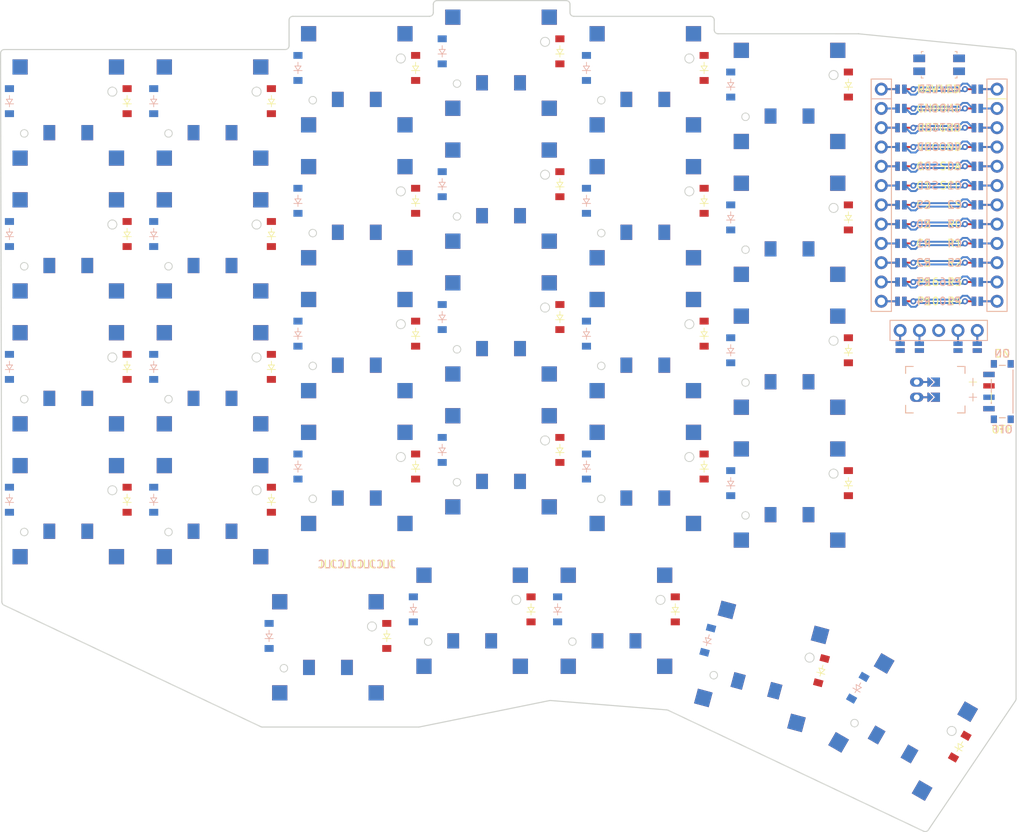
<source format=kicad_pcb>
(kicad_pcb (version 20240108) (generator "ergogen") (generator_version "4.1.0")
  (title_block (title "souffle_wireless") (date "2025-02-12") (rev "0.1") (company "fcoury (adapted from corney-island)"))
  (layers (0 "F.Cu" signal) (31 "B.Cu" signal) (34 "B.Paste" user) (35 "F.Paste" user) (36 "B.SilkS" user "B.Silkscreen") (37 "F.SilkS" user "F.Silkscreen") (38 "B.Mask" user) (39 "F.Mask" user) (44 "Edge.Cuts" user))
  (net 0 "")
  (net 1 "C0")
  (net 2 "outer_bottom_B")
  (net 3 "outer_home_B")
  (net 4 "outer_top_B")
  (net 5 "outer_number_B")
  (net 6 "C1")
  (net 7 "pinky_bottom_B")
  (net 8 "pinky_home_B")
  (net 9 "pinky_top_B")
  (net 10 "pinky_number_B")
  (net 11 "C2")
  (net 12 "ring_bottom_B")
  (net 13 "ring_home_B")
  (net 14 "ring_top_B")
  (net 15 "ring_number_B")
  (net 16 "C3")
  (net 17 "middle_bottom_B")
  (net 18 "middle_home_B")
  (net 19 "middle_top_B")
  (net 20 "middle_number_B")
  (net 21 "C4")
  (net 22 "index_bottom_B")
  (net 23 "index_home_B")
  (net 24 "index_top_B")
  (net 25 "index_number_B")
  (net 26 "C5")
  (net 27 "inner_bottom_B")
  (net 28 "inner_home_B")
  (net 29 "inner_top_B")
  (net 30 "inner_number_B")
  (net 31 "inward_home_B")
  (net 32 "mid_home_B")
  (net 33 "outward_home_B")
  (net 34 "extra_outward_home_B")
  (net 35 "big_outward_home_B")
  (net 36 "R3")
  (net 37 "R2")
  (net 38 "R1")
  (net 39 "R0")
  (net 40 "R4")
  (net 41 "outer_bottom_F")
  (net 42 "outer_home_F")
  (net 43 "outer_top_F")
  (net 44 "outer_number_F")
  (net 45 "pinky_bottom_F")
  (net 46 "pinky_home_F")
  (net 47 "pinky_top_F")
  (net 48 "pinky_number_F")
  (net 49 "ring_bottom_F")
  (net 50 "ring_home_F")
  (net 51 "ring_top_F")
  (net 52 "ring_number_F")
  (net 53 "middle_bottom_F")
  (net 54 "middle_home_F")
  (net 55 "middle_top_F")
  (net 56 "middle_number_F")
  (net 57 "index_bottom_F")
  (net 58 "index_home_F")
  (net 59 "index_top_F")
  (net 60 "index_number_F")
  (net 61 "inner_bottom_F")
  (net 62 "inner_home_F")
  (net 63 "inner_top_F")
  (net 64 "inner_number_F")
  (net 65 "inward_home_F")
  (net 66 "mid_home_F")
  (net 67 "outward_home_F")
  (net 68 "extra_outward_home_F")
  (net 69 "big_outward_home_F")
  (net 70 "RAW")
  (net 71 "GND")
  (net 72 "RST")
  (net 73 "VCC")
  (net 74 "P16")
  (net 75 "P10")
  (net 76 "LED")
  (net 77 "DAT")
  (net 78 "SDA")
  (net 79 "SCL")
  (net 80 "CS")
  (net 81 "P101")
  (net 82 "P102")
  (net 83 "P107")
  (net 84 "MCU1_24")
  (net 85 "MCU1_1")
  (net 86 "MCU1_23")
  (net 87 "MCU1_2")
  (net 88 "MCU1_22")
  (net 89 "MCU1_3")
  (net 90 "MCU1_21")
  (net 91 "MCU1_4")
  (net 92 "MCU1_20")
  (net 93 "MCU1_5")
  (net 94 "MCU1_19")
  (net 95 "MCU1_6")
  (net 96 "MCU1_18")
  (net 97 "MCU1_7")
  (net 98 "MCU1_17")
  (net 99 "MCU1_8")
  (net 100 "MCU1_16")
  (net 101 "MCU1_9")
  (net 102 "MCU1_15")
  (net 103 "MCU1_10")
  (net 104 "MCU1_14")
  (net 105 "MCU1_11")
  (net 106 "MCU1_13")
  (net 107 "MCU1_12")
  (net 108 "DISP1_1")
  (net 109 "DISP1_2")
  (net 110 "DISP1_4")
  (net 111 "DISP1_5")
  (net 112 "BAT_P")
  (net 113 "JST1_1")
  (net 114 "JST1_2")
  (footprint "ceoloide:mounting_hole_npth" (layer "F.Cu") (at 109.5 56.25 0)
    (property "Reference" "MH1" hide)
  )
  (footprint "ceoloide:mounting_hole_npth" (layer "F.Cu") (at 109.5 91.25 0)
    (property "Reference" "MH2" hide)
  )
  (footprint "ceoloide:mounting_hole_npth" (layer "F.Cu") (at 185.068 51.8235 0)
    (property "Reference" "MH3" hide)
  )
  (footprint "ceoloide:mounting_hole_npth" (layer "F.Cu") (at 185.068 86.8235 0)
    (property "Reference" "MH4" hide)
  )
  (footprint "ceoloide:mounting_hole_npth" (layer "F.Cu") (at 120.35699999999999 111.365 0)
    (property "Reference" "MH5" hide)
  )
  (footprint "CPG1316S01D02_mikeholscher" (layer "B.Cu") (at 100 100 0)
    (property "Reference" "S1" hide)
    (fp_circle (center -5.8 2.75) (end -5.3 2.75) (stroke (width 0.1)) (fill none) (layer "Edge.Cuts"))
    (fp_circle (center 5.8 -2.75) (end 6.4 -2.75) (stroke (width 0.1)) (fill none) (layer "Edge.Cuts"))
  )
  (footprint "CPG1316S01D02_mikeholscher" (layer "B.Cu") (at 100 82.5 0)
    (property "Reference" "S2" hide)
    (fp_circle (center -5.8 2.75) (end -5.3 2.75) (stroke (width 0.1)) (fill none) (layer "Edge.Cuts"))
    (fp_circle (center 5.8 -2.75) (end 6.4 -2.75) (stroke (width 0.1)) (fill none) (layer "Edge.Cuts"))
  )
  (footprint "CPG1316S01D02_mikeholscher" (layer "B.Cu") (at 100 65 0)
    (property "Reference" "S3" hide)
    (fp_circle (center -5.8 2.75) (end -5.3 2.75) (stroke (width 0.1)) (fill none) (layer "Edge.Cuts"))
    (fp_circle (center 5.8 -2.75) (end 6.4 -2.75) (stroke (width 0.1)) (fill none) (layer "Edge.Cuts"))
  )
  (footprint "CPG1316S01D02_mikeholscher" (layer "B.Cu") (at 100 47.5 0)
    (property "Reference" "S4" hide)
    (fp_circle (center -5.8 2.75) (end -5.3 2.75) (stroke (width 0.1)) (fill none) (layer "Edge.Cuts"))
    (fp_circle (center 5.8 -2.75) (end 6.4 -2.75) (stroke (width 0.1)) (fill none) (layer "Edge.Cuts"))
  )
  (footprint "CPG1316S01D02_mikeholscher" (layer "B.Cu") (at 119 100 0)
    (property "Reference" "S5" hide)
    (fp_circle (center -5.8 2.75) (end -5.3 2.75) (stroke (width 0.1)) (fill none) (layer "Edge.Cuts"))
    (fp_circle (center 5.8 -2.75) (end 6.4 -2.75) (stroke (width 0.1)) (fill none) (layer "Edge.Cuts"))
  )
  (footprint "CPG1316S01D02_mikeholscher" (layer "B.Cu") (at 119 82.5 0)
    (property "Reference" "S6" hide)
    (fp_circle (center -5.8 2.75) (end -5.3 2.75) (stroke (width 0.1)) (fill none) (layer "Edge.Cuts"))
    (fp_circle (center 5.8 -2.75) (end 6.4 -2.75) (stroke (width 0.1)) (fill none) (layer "Edge.Cuts"))
  )
  (footprint "CPG1316S01D02_mikeholscher" (layer "B.Cu") (at 119 65 0)
    (property "Reference" "S7" hide)
    (fp_circle (center -5.8 2.75) (end -5.3 2.75) (stroke (width 0.1)) (fill none) (layer "Edge.Cuts"))
    (fp_circle (center 5.8 -2.75) (end 6.4 -2.75) (stroke (width 0.1)) (fill none) (layer "Edge.Cuts"))
  )
  (footprint "CPG1316S01D02_mikeholscher" (layer "B.Cu") (at 119 47.5 0)
    (property "Reference" "S8" hide)
    (fp_circle (center -5.8 2.75) (end -5.3 2.75) (stroke (width 0.1)) (fill none) (layer "Edge.Cuts"))
    (fp_circle (center 5.8 -2.75) (end 6.4 -2.75) (stroke (width 0.1)) (fill none) (layer "Edge.Cuts"))
  )
  (footprint "CPG1316S01D02_mikeholscher" (layer "B.Cu") (at 138 95.625 0)
    (property "Reference" "S9" hide)
    (fp_circle (center -5.8 2.75) (end -5.3 2.75) (stroke (width 0.1)) (fill none) (layer "Edge.Cuts"))
    (fp_circle (center 5.8 -2.75) (end 6.4 -2.75) (stroke (width 0.1)) (fill none) (layer "Edge.Cuts"))
  )
  (footprint "CPG1316S01D02_mikeholscher" (layer "B.Cu") (at 138 78.125 0)
    (property "Reference" "S10" hide)
    (fp_circle (center -5.8 2.75) (end -5.3 2.75) (stroke (width 0.1)) (fill none) (layer "Edge.Cuts"))
    (fp_circle (center 5.8 -2.75) (end 6.4 -2.75) (stroke (width 0.1)) (fill none) (layer "Edge.Cuts"))
  )
  (footprint "CPG1316S01D02_mikeholscher" (layer "B.Cu") (at 138 60.625 0)
    (property "Reference" "S11" hide)
    (fp_circle (center -5.8 2.75) (end -5.3 2.75) (stroke (width 0.1)) (fill none) (layer "Edge.Cuts"))
    (fp_circle (center 5.8 -2.75) (end 6.4 -2.75) (stroke (width 0.1)) (fill none) (layer "Edge.Cuts"))
  )
  (footprint "CPG1316S01D02_mikeholscher" (layer "B.Cu") (at 138 43.125 0)
    (property "Reference" "S12" hide)
    (fp_circle (center -5.8 2.75) (end -5.3 2.75) (stroke (width 0.1)) (fill none) (layer "Edge.Cuts"))
    (fp_circle (center 5.8 -2.75) (end 6.4 -2.75) (stroke (width 0.1)) (fill none) (layer "Edge.Cuts"))
  )
  (footprint "CPG1316S01D02_mikeholscher" (layer "B.Cu") (at 157 93.4375 0)
    (property "Reference" "S13" hide)
    (fp_circle (center -5.8 2.75) (end -5.3 2.75) (stroke (width 0.1)) (fill none) (layer "Edge.Cuts"))
    (fp_circle (center 5.8 -2.75) (end 6.4 -2.75) (stroke (width 0.1)) (fill none) (layer "Edge.Cuts"))
  )
  (footprint "CPG1316S01D02_mikeholscher" (layer "B.Cu") (at 157 75.9375 0)
    (property "Reference" "S14" hide)
    (fp_circle (center -5.8 2.75) (end -5.3 2.75) (stroke (width 0.1)) (fill none) (layer "Edge.Cuts"))
    (fp_circle (center 5.8 -2.75) (end 6.4 -2.75) (stroke (width 0.1)) (fill none) (layer "Edge.Cuts"))
  )
  (footprint "CPG1316S01D02_mikeholscher" (layer "B.Cu") (at 157 58.4375 0)
    (property "Reference" "S15" hide)
    (fp_circle (center -5.8 2.75) (end -5.3 2.75) (stroke (width 0.1)) (fill none) (layer "Edge.Cuts"))
    (fp_circle (center 5.8 -2.75) (end 6.4 -2.75) (stroke (width 0.1)) (fill none) (layer "Edge.Cuts"))
  )
  (footprint "CPG1316S01D02_mikeholscher" (layer "B.Cu") (at 157 40.9375 0)
    (property "Reference" "S16" hide)
    (fp_circle (center -5.8 2.75) (end -5.3 2.75) (stroke (width 0.1)) (fill none) (layer "Edge.Cuts"))
    (fp_circle (center 5.8 -2.75) (end 6.4 -2.75) (stroke (width 0.1)) (fill none) (layer "Edge.Cuts"))
  )
  (footprint "CPG1316S01D02_mikeholscher" (layer "B.Cu") (at 176 95.625 0)
    (property "Reference" "S17" hide)
    (fp_circle (center -5.8 2.75) (end -5.3 2.75) (stroke (width 0.1)) (fill none) (layer "Edge.Cuts"))
    (fp_circle (center 5.8 -2.75) (end 6.4 -2.75) (stroke (width 0.1)) (fill none) (layer "Edge.Cuts"))
  )
  (footprint "CPG1316S01D02_mikeholscher" (layer "B.Cu") (at 176 78.125 0)
    (property "Reference" "S18" hide)
    (fp_circle (center -5.8 2.75) (end -5.3 2.75) (stroke (width 0.1)) (fill none) (layer "Edge.Cuts"))
    (fp_circle (center 5.8 -2.75) (end 6.4 -2.75) (stroke (width 0.1)) (fill none) (layer "Edge.Cuts"))
  )
  (footprint "CPG1316S01D02_mikeholscher" (layer "B.Cu") (at 176 60.625 0)
    (property "Reference" "S19" hide)
    (fp_circle (center -5.8 2.75) (end -5.3 2.75) (stroke (width 0.1)) (fill none) (layer "Edge.Cuts"))
    (fp_circle (center 5.8 -2.75) (end 6.4 -2.75) (stroke (width 0.1)) (fill none) (layer "Edge.Cuts"))
  )
  (footprint "CPG1316S01D02_mikeholscher" (layer "B.Cu") (at 176 43.125 0)
    (property "Reference" "S20" hide)
    (fp_circle (center -5.8 2.75) (end -5.3 2.75) (stroke (width 0.1)) (fill none) (layer "Edge.Cuts"))
    (fp_circle (center 5.8 -2.75) (end 6.4 -2.75) (stroke (width 0.1)) (fill none) (layer "Edge.Cuts"))
  )
  (footprint "CPG1316S01D02_mikeholscher" (layer "B.Cu") (at 195 97.8125 0)
    (property "Reference" "S21" hide)
    (fp_circle (center -5.8 2.75) (end -5.3 2.75) (stroke (width 0.1)) (fill none) (layer "Edge.Cuts"))
    (fp_circle (center 5.8 -2.75) (end 6.4 -2.75) (stroke (width 0.1)) (fill none) (layer "Edge.Cuts"))
  )
  (footprint "CPG1316S01D02_mikeholscher" (layer "B.Cu") (at 195 80.3125 0)
    (property "Reference" "S22" hide)
    (fp_circle (center -5.8 2.75) (end -5.3 2.75) (stroke (width 0.1)) (fill none) (layer "Edge.Cuts"))
    (fp_circle (center 5.8 -2.75) (end 6.4 -2.75) (stroke (width 0.1)) (fill none) (layer "Edge.Cuts"))
  )
  (footprint "CPG1316S01D02_mikeholscher" (layer "B.Cu") (at 195 62.8125 0)
    (property "Reference" "S23" hide)
    (fp_circle (center -5.8 2.75) (end -5.3 2.75) (stroke (width 0.1)) (fill none) (layer "Edge.Cuts"))
    (fp_circle (center 5.8 -2.75) (end 6.4 -2.75) (stroke (width 0.1)) (fill none) (layer "Edge.Cuts"))
  )
  (footprint "CPG1316S01D02_mikeholscher" (layer "B.Cu") (at 195 45.3125 0)
    (property "Reference" "S24" hide)
    (fp_circle (center -5.8 2.75) (end -5.3 2.75) (stroke (width 0.1)) (fill none) (layer "Edge.Cuts"))
    (fp_circle (center 5.8 -2.75) (end 6.4 -2.75) (stroke (width 0.1)) (fill none) (layer "Edge.Cuts"))
  )
  (footprint "CPG1316S01D02_mikeholscher" (layer "B.Cu") (at 134.2 117.9375 0)
    (property "Reference" "S25" hide)
    (fp_circle (center -5.8 2.75) (end -5.3 2.75) (stroke (width 0.1)) (fill none) (layer "Edge.Cuts"))
    (fp_circle (center 5.8 -2.75) (end 6.4 -2.75) (stroke (width 0.1)) (fill none) (layer "Edge.Cuts"))
  )
  (footprint "CPG1316S01D02_mikeholscher" (layer "B.Cu") (at 153.2 114.4375 0)
    (property "Reference" "S26" hide)
    (fp_circle (center -5.8 2.75) (end -5.3 2.75) (stroke (width 0.1)) (fill none) (layer "Edge.Cuts"))
    (fp_circle (center 5.8 -2.75) (end 6.4 -2.75) (stroke (width 0.1)) (fill none) (layer "Edge.Cuts"))
  )
  (footprint "CPG1316S01D02_mikeholscher" (layer "B.Cu") (at 172.2 114.4375 0)
    (property "Reference" "S27" hide)
    (fp_circle (center -5.8 2.75) (end -5.3 2.75) (stroke (width 0.1)) (fill none) (layer "Edge.Cuts"))
    (fp_circle (center 5.8 -2.75) (end 6.4 -2.75) (stroke (width 0.1)) (fill none) (layer "Edge.Cuts"))
  )
  (footprint "CPG1316S01D02_mikeholscher" (layer "B.Cu") (at 191.3294819 120.4539876 -15)
    (property "Reference" "S28" hide)
    (fp_circle (center -5.8 2.75) (end -5.3 2.75) (stroke (width 0.1)) (fill none) (layer "Edge.Cuts"))
    (fp_circle (center 5.8 -2.75) (end 6.4 -2.75) (stroke (width 0.1)) (fill none) (layer "Edge.Cuts"))
  )
  (footprint "CPG1316S01D02_mikeholscher" (layer "B.Cu") (at 209.9571424 128.4361508 -30)
    (property "Reference" "S29" hide)
    (fp_circle (center -5.8 2.75) (end -5.3 2.75) (stroke (width 0.1)) (fill none) (layer "Edge.Cuts"))
    (fp_circle (center 5.8 -2.75) (end 6.4 -2.75) (stroke (width 0.1)) (fill none) (layer "Edge.Cuts"))
  )
  (footprint "ceoloide:diode_tht_sod123" (layer "B.Cu") (at 92.25 98.5 90)
    (property "Reference" "D1" hide)
  )
  (footprint "ceoloide:diode_tht_sod123" (layer "B.Cu") (at 92.25 81 90)
    (property "Reference" "D2" hide)
  )
  (footprint "ceoloide:diode_tht_sod123" (layer "B.Cu") (at 92.25 63.5 90)
    (property "Reference" "D3" hide)
  )
  (footprint "ceoloide:diode_tht_sod123" (layer "B.Cu") (at 92.25 46 90)
    (property "Reference" "D4" hide)
  )
  (footprint "ceoloide:diode_tht_sod123" (layer "B.Cu") (at 111.25 98.5 90)
    (property "Reference" "D5" hide)
  )
  (footprint "ceoloide:diode_tht_sod123" (layer "B.Cu") (at 111.25 81 90)
    (property "Reference" "D6" hide)
  )
  (footprint "ceoloide:diode_tht_sod123" (layer "B.Cu") (at 111.25 63.5 90)
    (property "Reference" "D7" hide)
  )
  (footprint "ceoloide:diode_tht_sod123" (layer "B.Cu") (at 111.25 46 90)
    (property "Reference" "D8" hide)
  )
  (footprint "ceoloide:diode_tht_sod123" (layer "B.Cu") (at 130.25 94.125 90)
    (property "Reference" "D9" hide)
  )
  (footprint "ceoloide:diode_tht_sod123" (layer "B.Cu") (at 130.25 76.625 90)
    (property "Reference" "D10" hide)
  )
  (footprint "ceoloide:diode_tht_sod123" (layer "B.Cu") (at 130.25 59.125 90)
    (property "Reference" "D11" hide)
  )
  (footprint "ceoloide:diode_tht_sod123" (layer "B.Cu") (at 130.25 41.625 90)
    (property "Reference" "D12" hide)
  )
  (footprint "ceoloide:diode_tht_sod123" (layer "B.Cu") (at 149.25 91.9375 90)
    (property "Reference" "D13" hide)
  )
  (footprint "ceoloide:diode_tht_sod123" (layer "B.Cu") (at 149.25 74.4375 90)
    (property "Reference" "D14" hide)
  )
  (footprint "ceoloide:diode_tht_sod123" (layer "B.Cu") (at 149.25 56.9375 90)
    (property "Reference" "D15" hide)
  )
  (footprint "ceoloide:diode_tht_sod123" (layer "B.Cu") (at 149.25 39.4375 90)
    (property "Reference" "D16" hide)
  )
  (footprint "ceoloide:diode_tht_sod123" (layer "B.Cu") (at 168.25 94.125 90)
    (property "Reference" "D17" hide)
  )
  (footprint "ceoloide:diode_tht_sod123" (layer "B.Cu") (at 168.25 76.625 90)
    (property "Reference" "D18" hide)
  )
  (footprint "ceoloide:diode_tht_sod123" (layer "B.Cu") (at 168.25 59.125 90)
    (property "Reference" "D19" hide)
  )
  (footprint "ceoloide:diode_tht_sod123" (layer "B.Cu") (at 168.25 41.625 90)
    (property "Reference" "D20" hide)
  )
  (footprint "ceoloide:diode_tht_sod123" (layer "B.Cu") (at 187.25 96.3125 90)
    (property "Reference" "D21" hide)
  )
  (footprint "ceoloide:diode_tht_sod123" (layer "B.Cu") (at 187.25 78.8125 90)
    (property "Reference" "D22" hide)
  )
  (footprint "ceoloide:diode_tht_sod123" (layer "B.Cu") (at 187.25 61.3125 90)
    (property "Reference" "D23" hide)
  )
  (footprint "ceoloide:diode_tht_sod123" (layer "B.Cu") (at 187.25 43.8125 90)
    (property "Reference" "D24" hide)
  )
  (footprint "ceoloide:diode_tht_sod123" (layer "B.Cu") (at 126.44999999999999 116.4375 90)
    (property "Reference" "D25" hide)
  )
  (footprint "ceoloide:diode_tht_sod123" (layer "B.Cu") (at 145.45 112.9375 90)
    (property "Reference" "D26" hide)
  )
  (footprint "ceoloide:diode_tht_sod123" (layer "B.Cu") (at 164.45 112.9375 90)
    (property "Reference" "D27" hide)
  )
  (footprint "ceoloide:diode_tht_sod123" (layer "B.Cu") (at 184.23178529999998 116.99925130000001 75)
    (property "Reference" "D28" hide)
  )
  (footprint "ceoloide:diode_tht_sod123" (layer "B.Cu") (at 203.99544550000002 123.2621127 60)
    (property "Reference" "D29" hide)
  )
  (footprint "CPG1316S01D02_mikeholscher" (layer "F.Cu") (at 100 100 0)
    (property "Reference" "S30" hide)
    (fp_circle (center -5.8 2.75) (end -5.3 2.75) (stroke (width 0.1)) (fill none) (layer "Edge.Cuts"))
    (fp_circle (center 5.8 -2.75) (end 6.4 -2.75) (stroke (width 0.1)) (fill none) (layer "Edge.Cuts"))
  )
  (footprint "CPG1316S01D02_mikeholscher" (layer "F.Cu") (at 100 82.5 0)
    (property "Reference" "S31" hide)
    (fp_circle (center -5.8 2.75) (end -5.3 2.75) (stroke (width 0.1)) (fill none) (layer "Edge.Cuts"))
    (fp_circle (center 5.8 -2.75) (end 6.4 -2.75) (stroke (width 0.1)) (fill none) (layer "Edge.Cuts"))
  )
  (footprint "CPG1316S01D02_mikeholscher" (layer "F.Cu") (at 100 65 0)
    (property "Reference" "S32" hide)
    (fp_circle (center -5.8 2.75) (end -5.3 2.75) (stroke (width 0.1)) (fill none) (layer "Edge.Cuts"))
    (fp_circle (center 5.8 -2.75) (end 6.4 -2.75) (stroke (width 0.1)) (fill none) (layer "Edge.Cuts"))
  )
  (footprint "CPG1316S01D02_mikeholscher" (layer "F.Cu") (at 100 47.5 0)
    (property "Reference" "S33" hide)
    (fp_circle (center -5.8 2.75) (end -5.3 2.75) (stroke (width 0.1)) (fill none) (layer "Edge.Cuts"))
    (fp_circle (center 5.8 -2.75) (end 6.4 -2.75) (stroke (width 0.1)) (fill none) (layer "Edge.Cuts"))
  )
  (footprint "CPG1316S01D02_mikeholscher" (layer "F.Cu") (at 119 100 0)
    (property "Reference" "S34" hide)
    (fp_circle (center -5.8 2.75) (end -5.3 2.75) (stroke (width 0.1)) (fill none) (layer "Edge.Cuts"))
    (fp_circle (center 5.8 -2.75) (end 6.4 -2.75) (stroke (width 0.1)) (fill none) (layer "Edge.Cuts"))
  )
  (footprint "CPG1316S01D02_mikeholscher" (layer "F.Cu") (at 119 82.5 0)
    (property "Reference" "S35" hide)
    (fp_circle (center -5.8 2.75) (end -5.3 2.75) (stroke (width 0.1)) (fill none) (layer "Edge.Cuts"))
    (fp_circle (center 5.8 -2.75) (end 6.4 -2.75) (stroke (width 0.1)) (fill none) (layer "Edge.Cuts"))
  )
  (footprint "CPG1316S01D02_mikeholscher" (layer "F.Cu") (at 119 65 0)
    (property "Reference" "S36" hide)
    (fp_circle (center -5.8 2.75) (end -5.3 2.75) (stroke (width 0.1)) (fill none) (layer "Edge.Cuts"))
    (fp_circle (center 5.8 -2.75) (end 6.4 -2.75) (stroke (width 0.1)) (fill none) (layer "Edge.Cuts"))
  )
  (footprint "CPG1316S01D02_mikeholscher" (layer "F.Cu") (at 119 47.5 0)
    (property "Reference" "S37" hide)
    (fp_circle (center -5.8 2.75) (end -5.3 2.75) (stroke (width 0.1)) (fill none) (layer "Edge.Cuts"))
    (fp_circle (center 5.8 -2.75) (end 6.4 -2.75) (stroke (width 0.1)) (fill none) (layer "Edge.Cuts"))
  )
  (footprint "CPG1316S01D02_mikeholscher" (layer "F.Cu") (at 138 95.625 0)
    (property "Reference" "S38" hide)
    (fp_circle (center -5.8 2.75) (end -5.3 2.75) (stroke (width 0.1)) (fill none) (layer "Edge.Cuts"))
    (fp_circle (center 5.8 -2.75) (end 6.4 -2.75) (stroke (width 0.1)) (fill none) (layer "Edge.Cuts"))
  )
  (footprint "CPG1316S01D02_mikeholscher" (layer "F.Cu") (at 138 78.125 0)
    (property "Reference" "S39" hide)
    (fp_circle (center -5.8 2.75) (end -5.3 2.75) (stroke (width 0.1)) (fill none) (layer "Edge.Cuts"))
    (fp_circle (center 5.8 -2.75) (end 6.4 -2.75) (stroke (width 0.1)) (fill none) (layer "Edge.Cuts"))
  )
  (footprint "CPG1316S01D02_mikeholscher" (layer "F.Cu") (at 138 60.625 0)
    (property "Reference" "S40" hide)
    (fp_circle (center -5.8 2.75) (end -5.3 2.75) (stroke (width 0.1)) (fill none) (layer "Edge.Cuts"))
    (fp_circle (center 5.8 -2.75) (end 6.4 -2.75) (stroke (width 0.1)) (fill none) (layer "Edge.Cuts"))
  )
  (footprint "CPG1316S01D02_mikeholscher" (layer "F.Cu") (at 138 43.125 0)
    (property "Reference" "S41" hide)
    (fp_circle (center -5.8 2.75) (end -5.3 2.75) (stroke (width 0.1)) (fill none) (layer "Edge.Cuts"))
    (fp_circle (center 5.8 -2.75) (end 6.4 -2.75) (stroke (width 0.1)) (fill none) (layer "Edge.Cuts"))
  )
  (footprint "CPG1316S01D02_mikeholscher" (layer "F.Cu") (at 157 93.4375 0)
    (property "Reference" "S42" hide)
    (fp_circle (center -5.8 2.75) (end -5.3 2.75) (stroke (width 0.1)) (fill none) (layer "Edge.Cuts"))
    (fp_circle (center 5.8 -2.75) (end 6.4 -2.75) (stroke (width 0.1)) (fill none) (layer "Edge.Cuts"))
  )
  (footprint "CPG1316S01D02_mikeholscher" (layer "F.Cu") (at 157 75.9375 0)
    (property "Reference" "S43" hide)
    (fp_circle (center -5.8 2.75) (end -5.3 2.75) (stroke (width 0.1)) (fill none) (layer "Edge.Cuts"))
    (fp_circle (center 5.8 -2.75) (end 6.4 -2.75) (stroke (width 0.1)) (fill none) (layer "Edge.Cuts"))
  )
  (footprint "CPG1316S01D02_mikeholscher" (layer "F.Cu") (at 157 58.4375 0)
    (property "Reference" "S44" hide)
    (fp_circle (center -5.8 2.75) (end -5.3 2.75) (stroke (width 0.1)) (fill none) (layer "Edge.Cuts"))
    (fp_circle (center 5.8 -2.75) (end 6.4 -2.75) (stroke (width 0.1)) (fill none) (layer "Edge.Cuts"))
  )
  (footprint "CPG1316S01D02_mikeholscher" (layer "F.Cu") (at 157 40.9375 0)
    (property "Reference" "S45" hide)
    (fp_circle (center -5.8 2.75) (end -5.3 2.75) (stroke (width 0.1)) (fill none) (layer "Edge.Cuts"))
    (fp_circle (center 5.8 -2.75) (end 6.4 -2.75) (stroke (width 0.1)) (fill none) (layer "Edge.Cuts"))
  )
  (footprint "CPG1316S01D02_mikeholscher" (layer "F.Cu") (at 176 95.625 0)
    (property "Reference" "S46" hide)
    (fp_circle (center -5.8 2.75) (end -5.3 2.75) (stroke (width 0.1)) (fill none) (layer "Edge.Cuts"))
    (fp_circle (center 5.8 -2.75) (end 6.4 -2.75) (stroke (width 0.1)) (fill none) (layer "Edge.Cuts"))
  )
  (footprint "CPG1316S01D02_mikeholscher" (layer "F.Cu") (at 176 78.125 0)
    (property "Reference" "S47" hide)
    (fp_circle (center -5.8 2.75) (end -5.3 2.75) (stroke (width 0.1)) (fill none) (layer "Edge.Cuts"))
    (fp_circle (center 5.8 -2.75) (end 6.4 -2.75) (stroke (width 0.1)) (fill none) (layer "Edge.Cuts"))
  )
  (footprint "CPG1316S01D02_mikeholscher" (layer "F.Cu") (at 176 60.625 0)
    (property "Reference" "S48" hide)
    (fp_circle (center -5.8 2.75) (end -5.3 2.75) (stroke (width 0.1)) (fill none) (layer "Edge.Cuts"))
    (fp_circle (center 5.8 -2.75) (end 6.4 -2.75) (stroke (width 0.1)) (fill none) (layer "Edge.Cuts"))
  )
  (footprint "CPG1316S01D02_mikeholscher" (layer "F.Cu") (at 176 43.125 0)
    (property "Reference" "S49" hide)
    (fp_circle (center -5.8 2.75) (end -5.3 2.75) (stroke (width 0.1)) (fill none) (layer "Edge.Cuts"))
    (fp_circle (center 5.8 -2.75) (end 6.4 -2.75) (stroke (width 0.1)) (fill none) (layer "Edge.Cuts"))
  )
  (footprint "CPG1316S01D02_mikeholscher" (layer "F.Cu") (at 195 97.8125 0)
    (property "Reference" "S50" hide)
    (fp_circle (center -5.8 2.75) (end -5.3 2.75) (stroke (width 0.1)) (fill none) (layer "Edge.Cuts"))
    (fp_circle (center 5.8 -2.75) (end 6.4 -2.75) (stroke (width 0.1)) (fill none) (layer "Edge.Cuts"))
  )
  (footprint "CPG1316S01D02_mikeholscher" (layer "F.Cu") (at 195 80.3125 0)
    (property "Reference" "S51" hide)
    (fp_circle (center -5.8 2.75) (end -5.3 2.75) (stroke (width 0.1)) (fill none) (layer "Edge.Cuts"))
    (fp_circle (center 5.8 -2.75) (end 6.4 -2.75) (stroke (width 0.1)) (fill none) (layer "Edge.Cuts"))
  )
  (footprint "CPG1316S01D02_mikeholscher" (layer "F.Cu") (at 195 62.8125 0)
    (property "Reference" "S52" hide)
    (fp_circle (center -5.8 2.75) (end -5.3 2.75) (stroke (width 0.1)) (fill none) (layer "Edge.Cuts"))
    (fp_circle (center 5.8 -2.75) (end 6.4 -2.75) (stroke (width 0.1)) (fill none) (layer "Edge.Cuts"))
  )
  (footprint "CPG1316S01D02_mikeholscher" (layer "F.Cu") (at 195 45.3125 0)
    (property "Reference" "S53" hide)
    (fp_circle (center -5.8 2.75) (end -5.3 2.75) (stroke (width 0.1)) (fill none) (layer "Edge.Cuts"))
    (fp_circle (center 5.8 -2.75) (end 6.4 -2.75) (stroke (width 0.1)) (fill none) (layer "Edge.Cuts"))
  )
  (footprint "CPG1316S01D02_mikeholscher" (layer "F.Cu") (at 134.2 117.9375 0)
    (property "Reference" "S54" hide)
    (fp_circle (center -5.8 2.75) (end -5.3 2.75) (stroke (width 0.1)) (fill none) (layer "Edge.Cuts"))
    (fp_circle (center 5.8 -2.75) (end 6.4 -2.75) (stroke (width 0.1)) (fill none) (layer "Edge.Cuts"))
  )
  (footprint "CPG1316S01D02_mikeholscher" (layer "F.Cu") (at 153.2 114.4375 0)
    (property "Reference" "S55" hide)
    (fp_circle (center -5.8 2.75) (end -5.3 2.75) (stroke (width 0.1)) (fill none) (layer "Edge.Cuts"))
    (fp_circle (center 5.8 -2.75) (end 6.4 -2.75) (stroke (width 0.1)) (fill none) (layer "Edge.Cuts"))
  )
  (footprint "CPG1316S01D02_mikeholscher" (layer "F.Cu") (at 172.2 114.4375 0)
    (property "Reference" "S56" hide)
    (fp_circle (center -5.8 2.75) (end -5.3 2.75) (stroke (width 0.1)) (fill none) (layer "Edge.Cuts"))
    (fp_circle (center 5.8 -2.75) (end 6.4 -2.75) (stroke (width 0.1)) (fill none) (layer "Edge.Cuts"))
  )
  (footprint "CPG1316S01D02_mikeholscher" (layer "F.Cu") (at 191.3294819 120.4539876 -15)
    (property "Reference" "S57" hide)
    (fp_circle (center -5.8 2.75) (end -5.3 2.75) (stroke (width 0.1)) (fill none) (layer "Edge.Cuts"))
    (fp_circle (center 5.8 -2.75) (end 6.4 -2.75) (stroke (width 0.1)) (fill none) (layer "Edge.Cuts"))
  )
  (footprint "CPG1316S01D02_mikeholscher" (layer "F.Cu") (at 209.9571424 128.4361508 -30)
    (property "Reference" "S58" hide)
    (fp_circle (center -5.8 2.75) (end -5.3 2.75) (stroke (width 0.1)) (fill none) (layer "Edge.Cuts"))
    (fp_circle (center 5.8 -2.75) (end 6.4 -2.75) (stroke (width 0.1)) (fill none) (layer "Edge.Cuts"))
  )
  (footprint "ceoloide:diode_tht_sod123" (layer "F.Cu") (at 107.75 98.5 90)
    (property "Reference" "D30" hide)
  )
  (footprint "ceoloide:diode_tht_sod123" (layer "F.Cu") (at 107.75 81 90)
    (property "Reference" "D31" hide)
  )
  (footprint "ceoloide:diode_tht_sod123" (layer "F.Cu") (at 107.75 63.5 90)
    (property "Reference" "D32" hide)
  )
  (footprint "ceoloide:diode_tht_sod123" (layer "F.Cu") (at 107.75 46 90)
    (property "Reference" "D33" hide)
  )
  (footprint "ceoloide:diode_tht_sod123" (layer "F.Cu") (at 126.75 98.5 90)
    (property "Reference" "D34" hide)
  )
  (footprint "ceoloide:diode_tht_sod123" (layer "F.Cu") (at 126.75 81 90)
    (property "Reference" "D35" hide)
  )
  (footprint "ceoloide:diode_tht_sod123" (layer "F.Cu") (at 126.75 63.5 90)
    (property "Reference" "D36" hide)
  )
  (footprint "ceoloide:diode_tht_sod123" (layer "F.Cu") (at 126.75 46 90)
    (property "Reference" "D37" hide)
  )
  (footprint "ceoloide:diode_tht_sod123" (layer "F.Cu") (at 145.75 94.125 90)
    (property "Reference" "D38" hide)
  )
  (footprint "ceoloide:diode_tht_sod123" (layer "F.Cu") (at 145.75 76.625 90)
    (property "Reference" "D39" hide)
  )
  (footprint "ceoloide:diode_tht_sod123" (layer "F.Cu") (at 145.75 59.125 90)
    (property "Reference" "D40" hide)
  )
  (footprint "ceoloide:diode_tht_sod123" (layer "F.Cu") (at 145.75 41.625 90)
    (property "Reference" "D41" hide)
  )
  (footprint "ceoloide:diode_tht_sod123" (layer "F.Cu") (at 164.75 91.9375 90)
    (property "Reference" "D42" hide)
  )
  (footprint "ceoloide:diode_tht_sod123" (layer "F.Cu") (at 164.75 74.4375 90)
    (property "Reference" "D43" hide)
  )
  (footprint "ceoloide:diode_tht_sod123" (layer "F.Cu") (at 164.75 56.9375 90)
    (property "Reference" "D44" hide)
  )
  (footprint "ceoloide:diode_tht_sod123" (layer "F.Cu") (at 164.75 39.4375 90)
    (property "Reference" "D45" hide)
  )
  (footprint "ceoloide:diode_tht_sod123" (layer "F.Cu") (at 183.75 94.125 90)
    (property "Reference" "D46" hide)
  )
  (footprint "ceoloide:diode_tht_sod123" (layer "F.Cu") (at 183.75 76.625 90)
    (property "Reference" "D47" hide)
  )
  (footprint "ceoloide:diode_tht_sod123" (layer "F.Cu") (at 183.75 59.125 90)
    (property "Reference" "D48" hide)
  )
  (footprint "ceoloide:diode_tht_sod123" (layer "F.Cu") (at 183.75 41.625 90)
    (property "Reference" "D49" hide)
  )
  (footprint "ceoloide:diode_tht_sod123" (layer "F.Cu") (at 202.75 96.3125 90)
    (property "Reference" "D50" hide)
  )
  (footprint "ceoloide:diode_tht_sod123" (layer "F.Cu") (at 202.75 78.8125 90)
    (property "Reference" "D51" hide)
  )
  (footprint "ceoloide:diode_tht_sod123" (layer "F.Cu") (at 202.75 61.3125 90)
    (property "Reference" "D52" hide)
  )
  (footprint "ceoloide:diode_tht_sod123" (layer "F.Cu") (at 202.75 43.8125 90)
    (property "Reference" "D53" hide)
  )
  (footprint "ceoloide:diode_tht_sod123" (layer "F.Cu") (at 141.95 116.4375 90)
    (property "Reference" "D54" hide)
  )
  (footprint "ceoloide:diode_tht_sod123" (layer "F.Cu") (at 160.95 112.9375 90)
    (property "Reference" "D55" hide)
  )
  (footprint "ceoloide:diode_tht_sod123" (layer "F.Cu") (at 179.95 112.9375 90)
    (property "Reference" "D56" hide)
  )
  (footprint "ceoloide:diode_tht_sod123" (layer "F.Cu") (at 199.20363559999998 121.0109465 75)
    (property "Reference" "D57" hide)
  )
  (footprint "ceoloide:diode_tht_sod123" (layer "F.Cu") (at 217.4188393 131.01211270000002 60)
    (property "Reference" "D58" hide)
  )
  (footprint "ceoloide:mcu_nice_nano" (layer "F.Cu") (at 214.704 57.12 0)
    (property "Reference" "MCU1" hide)
  )
  (segment (start 219.28400000000002 44.42) (end 218.104 44.42) (width 0.25) (layer "F.Cu"))
  (segment (start 210.124 44.42) (end 211.304 44.42) (width 0.25) (layer "F.Cu"))
  (segment (start 207.084 44.42) (end 209.204 44.42) (width 0.25) (layer "F.Cu"))
  (segment (start 207.084 44.42) (end 209.204 44.42) (width 0.25) (layer "B.Cu"))
  (segment (start 220.204 44.42) (end 222.324 44.42) (width 0.25) (layer "F.Cu"))
  (segment (start 222.324 44.42) (end 220.204 44.42) (width 0.25) (layer "B.Cu"))
  (segment (start 212.09930500000002 44.65) (end 217.874 44.65) (width 0.25) (layer "B.Cu"))
  (segment (start 209.929 44.42) (end 210.278695 44.42) (width 0.25) (layer "B.Cu"))
  (segment (start 211.003695 45.144999999999996) (end 211.604305 45.144999999999996) (width 0.25) (layer "B.Cu"))
  (segment (start 210.278695 44.42) (end 211.003695 45.144999999999996) (width 0.25) (layer "B.Cu"))
  (segment (start 211.604305 45.144999999999996) (end 212.09930500000002 44.65) (width 0.25) (layer "B.Cu"))
  (segment (start 219.479 44.42) (end 219.12930500000002 44.42) (width 0.25) (layer "B.Cu"))
  (segment (start 217.298695 44.199999999999996) (end 211.524 44.199999999999996) (width 0.25) (layer "B.Cu"))
  (segment (start 219.12930500000002 44.42) (end 218.40430500000002 43.69499999999999) (width 0.25) (layer "B.Cu"))
  (segment (start 218.40430500000002 43.69499999999999) (end 217.803695 43.69499999999999) (width 0.25) (layer "B.Cu"))
  (segment (start 217.803695 43.69499999999999) (end 217.298695 44.199999999999996) (width 0.25) (layer "B.Cu"))
  (segment (start 219.28400000000002 46.959999999999994) (end 218.104 46.959999999999994) (width 0.25) (layer "F.Cu"))
  (segment (start 210.124 46.959999999999994) (end 211.304 46.959999999999994) (width 0.25) (layer "F.Cu"))
  (segment (start 207.084 46.959999999999994) (end 209.204 46.959999999999994) (width 0.25) (layer "F.Cu"))
  (segment (start 207.084 46.959999999999994) (end 209.204 46.959999999999994) (width 0.25) (layer "B.Cu"))
  (segment (start 220.204 46.959999999999994) (end 222.324 46.959999999999994) (width 0.25) (layer "F.Cu"))
  (segment (start 222.324 46.959999999999994) (end 220.204 46.959999999999994) (width 0.25) (layer "B.Cu"))
  (segment (start 212.09930500000002 47.19) (end 217.874 47.19) (width 0.25) (layer "B.Cu"))
  (segment (start 209.929 46.959999999999994) (end 210.278695 46.959999999999994) (width 0.25) (layer "B.Cu"))
  (segment (start 211.003695 47.684999999999995) (end 211.604305 47.684999999999995) (width 0.25) (layer "B.Cu"))
  (segment (start 210.278695 46.959999999999994) (end 211.003695 47.684999999999995) (width 0.25) (layer "B.Cu"))
  (segment (start 211.604305 47.684999999999995) (end 212.09930500000002 47.19) (width 0.25) (layer "B.Cu"))
  (segment (start 219.479 46.959999999999994) (end 219.12930500000002 46.959999999999994) (width 0.25) (layer "B.Cu"))
  (segment (start 217.298695 46.739999999999995) (end 211.524 46.739999999999995) (width 0.25) (layer "B.Cu"))
  (segment (start 219.12930500000002 46.959999999999994) (end 218.40430500000002 46.235) (width 0.25) (layer "B.Cu"))
  (segment (start 218.40430500000002 46.235) (end 217.803695 46.235) (width 0.25) (layer "B.Cu"))
  (segment (start 217.803695 46.235) (end 217.298695 46.739999999999995) (width 0.25) (layer "B.Cu"))
  (segment (start 219.28400000000002 49.5) (end 218.104 49.5) (width 0.25) (layer "F.Cu"))
  (segment (start 210.124 49.5) (end 211.304 49.5) (width 0.25) (layer "F.Cu"))
  (segment (start 207.084 49.5) (end 209.204 49.5) (width 0.25) (layer "F.Cu"))
  (segment (start 207.084 49.5) (end 209.204 49.5) (width 0.25) (layer "B.Cu"))
  (segment (start 220.204 49.5) (end 222.324 49.5) (width 0.25) (layer "F.Cu"))
  (segment (start 222.324 49.5) (end 220.204 49.5) (width 0.25) (layer "B.Cu"))
  (segment (start 212.09930500000002 49.73) (end 217.874 49.73) (width 0.25) (layer "B.Cu"))
  (segment (start 209.929 49.5) (end 210.278695 49.5) (width 0.25) (layer "B.Cu"))
  (segment (start 211.003695 50.224999999999994) (end 211.604305 50.224999999999994) (width 0.25) (layer "B.Cu"))
  (segment (start 210.278695 49.5) (end 211.003695 50.224999999999994) (width 0.25) (layer "B.Cu"))
  (segment (start 211.604305 50.224999999999994) (end 212.09930500000002 49.73) (width 0.25) (layer "B.Cu"))
  (segment (start 219.479 49.5) (end 219.12930500000002 49.5) (width 0.25) (layer "B.Cu"))
  (segment (start 217.298695 49.28) (end 211.524 49.28) (width 0.25) (layer "B.Cu"))
  (segment (start 219.12930500000002 49.5) (end 218.40430500000002 48.775) (width 0.25) (layer "B.Cu"))
  (segment (start 218.40430500000002 48.775) (end 217.803695 48.775) (width 0.25) (layer "B.Cu"))
  (segment (start 217.803695 48.775) (end 217.298695 49.28) (width 0.25) (layer "B.Cu"))
  (segment (start 219.28400000000002 52.04) (end 218.104 52.04) (width 0.25) (layer "F.Cu"))
  (segment (start 210.124 52.04) (end 211.304 52.04) (width 0.25) (layer "F.Cu"))
  (segment (start 207.084 52.04) (end 209.204 52.04) (width 0.25) (layer "F.Cu"))
  (segment (start 207.084 52.04) (end 209.204 52.04) (width 0.25) (layer "B.Cu"))
  (segment (start 220.204 52.04) (end 222.324 52.04) (width 0.25) (layer "F.Cu"))
  (segment (start 222.324 52.04) (end 220.204 52.04) (width 0.25) (layer "B.Cu"))
  (segment (start 212.09930500000002 52.269999999999996) (end 217.874 52.269999999999996) (width 0.25) (layer "B.Cu"))
  (segment (start 209.929 52.04) (end 210.278695 52.04) (width 0.25) (layer "B.Cu"))
  (segment (start 211.003695 52.765) (end 211.604305 52.765) (width 0.25) (layer "B.Cu"))
  (segment (start 210.278695 52.04) (end 211.003695 52.765) (width 0.25) (layer "B.Cu"))
  (segment (start 211.604305 52.765) (end 212.09930500000002 52.269999999999996) (width 0.25) (layer "B.Cu"))
  (segment (start 219.479 52.04) (end 219.12930500000002 52.04) (width 0.25) (layer "B.Cu"))
  (segment (start 217.298695 51.82) (end 211.524 51.82) (width 0.25) (layer "B.Cu"))
  (segment (start 219.12930500000002 52.04) (end 218.40430500000002 51.315) (width 0.25) (layer "B.Cu"))
  (segment (start 218.40430500000002 51.315) (end 217.803695 51.315) (width 0.25) (layer "B.Cu"))
  (segment (start 217.803695 51.315) (end 217.298695 51.82) (width 0.25) (layer "B.Cu"))
  (segment (start 219.28400000000002 54.58) (end 218.104 54.58) (width 0.25) (layer "F.Cu"))
  (segment (start 210.124 54.58) (end 211.304 54.58) (width 0.25) (layer "F.Cu"))
  (segment (start 207.084 54.58) (end 209.204 54.58) (width 0.25) (layer "F.Cu"))
  (segment (start 207.084 54.58) (end 209.204 54.58) (width 0.25) (layer "B.Cu"))
  (segment (start 220.204 54.58) (end 222.324 54.58) (width 0.25) (layer "F.Cu"))
  (segment (start 222.324 54.58) (end 220.204 54.58) (width 0.25) (layer "B.Cu"))
  (segment (start 212.09930500000002 54.809999999999995) (end 217.874 54.809999999999995) (width 0.25) (layer "B.Cu"))
  (segment (start 209.929 54.58) (end 210.278695 54.58) (width 0.25) (layer "B.Cu"))
  (segment (start 211.003695 55.305) (end 211.604305 55.305) (width 0.25) (layer "B.Cu"))
  (segment (start 210.278695 54.58) (end 211.003695 55.305) (width 0.25) (layer "B.Cu"))
  (segment (start 211.604305 55.305) (end 212.09930500000002 54.809999999999995) (width 0.25) (layer "B.Cu"))
  (segment (start 219.479 54.58) (end 219.12930500000002 54.58) (width 0.25) (layer "B.Cu"))
  (segment (start 217.298695 54.36) (end 211.524 54.36) (width 0.25) (layer "B.Cu"))
  (segment (start 219.12930500000002 54.58) (end 218.40430500000002 53.855) (width 0.25) (layer "B.Cu"))
  (segment (start 218.40430500000002 53.855) (end 217.803695 53.855) (width 0.25) (layer "B.Cu"))
  (segment (start 217.803695 53.855) (end 217.298695 54.36) (width 0.25) (layer "B.Cu"))
  (segment (start 219.28400000000002 57.12) (end 218.104 57.12) (width 0.25) (layer "F.Cu"))
  (segment (start 210.124 57.12) (end 211.304 57.12) (width 0.25) (layer "F.Cu"))
  (segment (start 207.084 57.12) (end 209.204 57.12) (width 0.25) (layer "F.Cu"))
  (segment (start 207.084 57.12) (end 209.204 57.12) (width 0.25) (layer "B.Cu"))
  (segment (start 220.204 57.12) (end 222.324 57.12) (width 0.25) (layer "F.Cu"))
  (segment (start 222.324 57.12) (end 220.204 57.12) (width 0.25) (layer "B.Cu"))
  (segment (start 212.09930500000002 57.349999999999994) (end 217.874 57.349999999999994) (width 0.25) (layer "B.Cu"))
  (segment (start 209.929 57.12) (end 210.278695 57.12) (width 0.25) (layer "B.Cu"))
  (segment (start 211.003695 57.845) (end 211.604305 57.845) (width 0.25) (layer "B.Cu"))
  (segment (start 210.278695 57.12) (end 211.003695 57.845) (width 0.25) (layer "B.Cu"))
  (segment (start 211.604305 57.845) (end 212.09930500000002 57.349999999999994) (width 0.25) (layer "B.Cu"))
  (segment (start 219.479 57.12) (end 219.12930500000002 57.12) (width 0.25) (layer "B.Cu"))
  (segment (start 217.298695 56.9) (end 211.524 56.9) (width 0.25) (layer "B.Cu"))
  (segment (start 219.12930500000002 57.12) (end 218.40430500000002 56.394999999999996) (width 0.25) (layer "B.Cu"))
  (segment (start 218.40430500000002 56.394999999999996) (end 217.803695 56.394999999999996) (width 0.25) (layer "B.Cu"))
  (segment (start 217.803695 56.394999999999996) (end 217.298695 56.9) (width 0.25) (layer "B.Cu"))
  (segment (start 219.28400000000002 59.66) (end 218.104 59.66) (width 0.25) (layer "F.Cu"))
  (segment (start 210.124 59.66) (end 211.304 59.66) (width 0.25) (layer "F.Cu"))
  (segment (start 207.084 59.66) (end 209.204 59.66) (width 0.25) (layer "F.Cu"))
  (segment (start 207.084 59.66) (end 209.204 59.66) (width 0.25) (layer "B.Cu"))
  (segment (start 220.204 59.66) (end 222.324 59.66) (width 0.25) (layer "F.Cu"))
  (segment (start 222.324 59.66) (end 220.204 59.66) (width 0.25) (layer "B.Cu"))
  (segment (start 212.09930500000002 59.89) (end 217.874 59.89) (width 0.25) (layer "B.Cu"))
  (segment (start 209.929 59.66) (end 210.278695 59.66) (width 0.25) (layer "B.Cu"))
  (segment (start 211.003695 60.385) (end 211.604305 60.385) (width 0.25) (layer "B.Cu"))
  (segment (start 210.278695 59.66) (end 211.003695 60.385) (width 0.25) (layer "B.Cu"))
  (segment (start 211.604305 60.385) (end 212.09930500000002 59.89) (width 0.25) (layer "B.Cu"))
  (segment (start 219.479 59.66) (end 219.12930500000002 59.66) (width 0.25) (layer "B.Cu"))
  (segment (start 217.298695 59.44) (end 211.524 59.44) (width 0.25) (layer "B.Cu"))
  (segment (start 219.12930500000002 59.66) (end 218.40430500000002 58.934999999999995) (width 0.25) (layer "B.Cu"))
  (segment (start 218.40430500000002 58.934999999999995) (end 217.803695 58.934999999999995) (width 0.25) (layer "B.Cu"))
  (segment (start 217.803695 58.934999999999995) (end 217.298695 59.44) (width 0.25) (layer "B.Cu"))
  (segment (start 219.28400000000002 62.199999999999996) (end 218.104 62.199999999999996) (width 0.25) (layer "F.Cu"))
  (segment (start 210.124 62.199999999999996) (end 211.304 62.199999999999996) (width 0.25) (layer "F.Cu"))
  (segment (start 207.084 62.199999999999996) (end 209.204 62.199999999999996) (width 0.25) (layer "F.Cu"))
  (segment (start 207.084 62.199999999999996) (end 209.204 62.199999999999996) (width 0.25) (layer "B.Cu"))
  (segment (start 220.204 62.199999999999996) (end 222.324 62.199999999999996) (width 0.25) (layer "F.Cu"))
  (segment (start 222.324 62.199999999999996) (end 220.204 62.199999999999996) (width 0.25) (layer "B.Cu"))
  (segment (start 212.09930500000002 62.43) (end 217.874 62.43) (width 0.25) (layer "B.Cu"))
  (segment (start 209.929 62.199999999999996) (end 210.278695 62.199999999999996) (width 0.25) (layer "B.Cu"))
  (segment (start 211.003695 62.925) (end 211.604305 62.925) (width 0.25) (layer "B.Cu"))
  (segment (start 210.278695 62.199999999999996) (end 211.003695 62.925) (width 0.25) (layer "B.Cu"))
  (segment (start 211.604305 62.925) (end 212.09930500000002 62.43) (width 0.25) (layer "B.Cu"))
  (segment (start 219.479 62.199999999999996) (end 219.12930500000002 62.199999999999996) (width 0.25) (layer "B.Cu"))
  (segment (start 217.298695 61.98) (end 211.524 61.98) (width 0.25) (layer "B.Cu"))
  (segment (start 219.12930500000002 62.199999999999996) (end 218.40430500000002 61.474999999999994) (width 0.25) (layer "B.Cu"))
  (segment (start 218.40430500000002 61.474999999999994) (end 217.803695 61.474999999999994) (width 0.25) (layer "B.Cu"))
  (segment (start 217.803695 61.474999999999994) (end 217.298695 61.98) (width 0.25) (layer "B.Cu"))
  (segment (start 219.28400000000002 64.74) (end 218.104 64.74) (width 0.25) (layer "F.Cu"))
  (segment (start 210.124 64.74) (end 211.304 64.74) (width 0.25) (layer "F.Cu"))
  (segment (start 207.084 64.74) (end 209.204 64.74) (width 0.25) (layer "F.Cu"))
  (segment (start 207.084 64.74) (end 209.204 64.74) (width 0.25) (layer "B.Cu"))
  (segment (start 220.204 64.74) (end 222.324 64.74) (width 0.25) (layer "F.Cu"))
  (segment (start 222.324 64.74) (end 220.204 64.74) (width 0.25) (layer "B.Cu"))
  (segment (start 212.09930500000002 64.97) (end 217.874 64.97) (width 0.25) (layer "B.Cu"))
  (segment (start 209.929 64.74) (end 210.278695 64.74) (width 0.25) (layer "B.Cu"))
  (segment (start 211.003695 65.465) (end 211.604305 65.465) (width 0.25) (layer "B.Cu"))
  (segment (start 210.278695 64.74) (end 211.003695 65.465) (width 0.25) (layer "B.Cu"))
  (segment (start 211.604305 65.465) (end 212.09930500000002 64.97) (width 0.25) (layer "B.Cu"))
  (segment (start 219.479 64.74) (end 219.12930500000002 64.74) (width 0.25) (layer "B.Cu"))
  (segment (start 217.298695 64.52) (end 211.524 64.52) (width 0.25) (layer "B.Cu"))
  (segment (start 219.12930500000002 64.74) (end 218.40430500000002 64.015) (width 0.25) (layer "B.Cu"))
  (segment (start 218.40430500000002 64.015) (end 217.803695 64.015) (width 0.25) (layer "B.Cu"))
  (segment (start 217.803695 64.015) (end 217.298695 64.52) (width 0.25) (layer "B.Cu"))
  (segment (start 219.28400000000002 67.28) (end 218.104 67.28) (width 0.25) (layer "F.Cu"))
  (segment (start 210.124 67.28) (end 211.304 67.28) (width 0.25) (layer "F.Cu"))
  (segment (start 207.084 67.28) (end 209.204 67.28) (width 0.25) (layer "F.Cu"))
  (segment (start 207.084 67.28) (end 209.204 67.28) (width 0.25) (layer "B.Cu"))
  (segment (start 220.204 67.28) (end 222.324 67.28) (width 0.25) (layer "F.Cu"))
  (segment (start 222.324 67.28) (end 220.204 67.28) (width 0.25) (layer "B.Cu"))
  (segment (start 212.09930500000002 67.50999999999999) (end 217.874 67.50999999999999) (width 0.25) (layer "B.Cu"))
  (segment (start 209.929 67.28) (end 210.278695 67.28) (width 0.25) (layer "B.Cu"))
  (segment (start 211.003695 68.005) (end 211.604305 68.005) (width 0.25) (layer "B.Cu"))
  (segment (start 210.278695 67.28) (end 211.003695 68.005) (width 0.25) (layer "B.Cu"))
  (segment (start 211.604305 68.005) (end 212.09930500000002 67.50999999999999) (width 0.25) (layer "B.Cu"))
  (segment (start 219.479 67.28) (end 219.12930500000002 67.28) (width 0.25) (layer "B.Cu"))
  (segment (start 217.298695 67.06) (end 211.524 67.06) (width 0.25) (layer "B.Cu"))
  (segment (start 219.12930500000002 67.28) (end 218.40430500000002 66.55499999999999) (width 0.25) (layer "B.Cu"))
  (segment (start 218.40430500000002 66.55499999999999) (end 217.803695 66.55499999999999) (width 0.25) (layer "B.Cu"))
  (segment (start 217.803695 66.55499999999999) (end 217.298695 67.06) (width 0.25) (layer "B.Cu"))
  (segment (start 219.28400000000002 69.82) (end 218.104 69.82) (width 0.25) (layer "F.Cu"))
  (segment (start 210.124 69.82) (end 211.304 69.82) (width 0.25) (layer "F.Cu"))
  (segment (start 207.084 69.82) (end 209.204 69.82) (width 0.25) (layer "F.Cu"))
  (segment (start 207.084 69.82) (end 209.204 69.82) (width 0.25) (layer "B.Cu"))
  (segment (start 220.204 69.82) (end 222.324 69.82) (width 0.25) (layer "F.Cu"))
  (segment (start 222.324 69.82) (end 220.204 69.82) (width 0.25) (layer "B.Cu"))
  (segment (start 212.09930500000002 70.05) (end 217.874 70.05) (width 0.25) (layer "B.Cu"))
  (segment (start 209.929 69.82) (end 210.278695 69.82) (width 0.25) (layer "B.Cu"))
  (segment (start 211.003695 70.545) (end 211.604305 70.545) (width 0.25) (layer "B.Cu"))
  (segment (start 210.278695 69.82) (end 211.003695 70.545) (width 0.25) (layer "B.Cu"))
  (segment (start 211.604305 70.545) (end 212.09930500000002 70.05) (width 0.25) (layer "B.Cu"))
  (segment (start 219.479 69.82) (end 219.12930500000002 69.82) (width 0.25) (layer "B.Cu"))
  (segment (start 217.298695 69.6) (end 211.524 69.6) (width 0.25) (layer "B.Cu"))
  (segment (start 219.12930500000002 69.82) (end 218.40430500000002 69.095) (width 0.25) (layer "B.Cu"))
  (segment (start 218.40430500000002 69.095) (end 217.803695 69.095) (width 0.25) (layer "B.Cu"))
  (segment (start 217.803695 69.095) (end 217.298695 69.6) (width 0.25) (layer "B.Cu"))
  (segment (start 219.28400000000002 72.36) (end 218.104 72.36) (width 0.25) (layer "F.Cu"))
  (segment (start 210.124 72.36) (end 211.304 72.36) (width 0.25) (layer "F.Cu"))
  (segment (start 207.084 72.36) (end 209.204 72.36) (width 0.25) (layer "F.Cu"))
  (segment (start 207.084 72.36) (end 209.204 72.36) (width 0.25) (layer "B.Cu"))
  (segment (start 220.204 72.36) (end 222.324 72.36) (width 0.25) (layer "F.Cu"))
  (segment (start 222.324 72.36) (end 220.204 72.36) (width 0.25) (layer "B.Cu"))
  (segment (start 212.09930500000002 72.59) (end 217.874 72.59) (width 0.25) (layer "B.Cu"))
  (segment (start 209.929 72.36) (end 210.278695 72.36) (width 0.25) (layer "B.Cu"))
  (segment (start 211.003695 73.085) (end 211.604305 73.085) (width 0.25) (layer "B.Cu"))
  (segment (start 210.278695 72.36) (end 211.003695 73.085) (width 0.25) (layer "B.Cu"))
  (segment (start 211.604305 73.085) (end 212.09930500000002 72.59) (width 0.25) (layer "B.Cu"))
  (segment (start 219.479 72.36) (end 219.12930500000002 72.36) (width 0.25) (layer "B.Cu"))
  (segment (start 217.298695 72.14) (end 211.524 72.14) (width 0.25) (layer "B.Cu"))
  (segment (start 219.12930500000002 72.36) (end 218.40430500000002 71.63499999999999) (width 0.25) (layer "B.Cu"))
  (segment (start 218.40430500000002 71.63499999999999) (end 217.803695 71.63499999999999) (width 0.25) (layer "B.Cu"))
  (segment (start 217.803695 71.63499999999999) (end 217.298695 72.14) (width 0.25) (layer "B.Cu"))
  (gr_text "JLCJLCJLCJLC" (at 138 107 0) (layer "F.SilkS") (effects (font (size 1 1))))
  (gr_text "JLCJLCJLCJLC" (at 138 107 0) (layer "B.SilkS") (effects (font (size 1 1)) (justify mirror)))
  (footprint "ceoloide:display_nice_view" (layer F.Cu) (at 214.647 59.5 0)
    (property "Reference" "DISP1" hide)
  )
  (segment (start 209.56699999999998 76.2) (end 209.56699999999998 77.95) (width 0.25) (layer "F.Cu") (net 80))
  (segment (start 212.107 76.2) (end 212.107 77.95) (width 0.25) (layer "F.Cu") (net 71))
  (segment (start 217.18699999999998 76.2) (end 217.18699999999998 77.95) (width 0.25) (layer "F.Cu") (net 79))
  (segment (start 219.727 76.2) (end 219.727 77.95) (width 0.25) (layer "F.Cu") (net 78))
  (segment (start 209.56699999999998 76.2) (end 209.56699999999998 77.95) (width 0.25) (layer "B.Cu") (net 80))
  (segment (start 212.107 76.2) (end 212.107 77.95) (width 0.25) (layer "B.Cu") (net 71))
  (segment (start 217.18699999999998 76.2) (end 217.18699999999998 77.95) (width 0.25) (layer "B.Cu") (net 79))
  (segment (start 219.727 76.2) (end 219.727 77.95) (width 0.25) (layer "B.Cu") (net 78))
  (footprint "ceoloide:power_switch_smd_side" (layer "F.Cu") (at 223 84.25 0)
    (property "Reference" "PWR1" hide)
  )
  (footprint "ceoloide:reset_switch_smd_side" (layer "F.Cu") (at 214.704 41.2125 0)
    (property "Reference" "RST1" hide)
  )
  (footprint "ceoloide:battery_connector_jst_ph_2" (layer "F.Cu") (at 211.75 84 90)
    (property "Reference" "JST1" hide)
  )
  (segment (start 213.55 85) (end 211.75 85) (width 0.25) (layer "F.Cu") (net 113))
  (segment (start 213.55 85) (end 211.75 85) (width 0.25) (layer "B.Cu") (net 113))
  (segment (start 213.55 83) (end 211.75 83) (width 0.25) (layer "F.Cu") (net 114))
  (segment (start 213.55 83) (end 211.75 83) (width 0.25) (layer "B.Cu") (net 114))
  (gr_line (start 91.24926527449477 111.93429493327858) (end 91.0811663037063 39.703650411684066) (layer Edge.Cuts) (stroke (width 0.15)))
  (gr_line (start 91.58115175370655 39.20248681179596) (end 128.58001315 39.20151315754869) (layer Edge.Cuts) (stroke (width 0.15)))
  (gr_line (start 129.08 38.70151315754737) (end 129.08 35.3275) (layer Edge.Cuts) (stroke (width 0.15)))
  (gr_line (start 129.58 34.8275) (end 147.58 34.8275) (layer Edge.Cuts) (stroke (width 0.15)))
  (gr_line (start 148.08 34.3275) (end 148.08 33.2525) (layer Edge.Cuts) (stroke (width 0.15)))
  (gr_line (start 148.58 32.7525) (end 165.582 32.7525) (layer Edge.Cuts) (stroke (width 0.15)))
  (gr_line (start 166.082 33.2525) (end 166.082 34.3275) (layer Edge.Cuts) (stroke (width 0.15)))
  (gr_line (start 166.582 34.8275) (end 184.582 34.8275) (layer Edge.Cuts) (stroke (width 0.15)))
  (gr_line (start 185.082 35.3275) (end 185.082 36.62311839301053) (layer Edge.Cuts) (stroke (width 0.15)))
  (gr_line (start 185.58188159999995 37.12311839301052) (end 204.05712317412141 37.12749410812019) (layer Edge.Cuts) (stroke (width 0.15)))
  (gr_line (start 204.10675426917115 37.12997530762518) (end 224.38274949504972 39.15747711928236) (layer Edge.Cuts) (stroke (width 0.15)))
  (gr_line (start 224.833 124.71062361265274) (end 224.833 39.65499591977736) (layer Edge.Cuts) (stroke (width 0.15)))
  (gr_line (start 224.74750758436335 124.9902367358331) (end 213.2828548015396 141.98581067458065) (layer Edge.Cuts) (stroke (width 0.15)))
  (gr_line (start 212.65439541717623 142.15810975140022) (end 179.00518136804635 126.22733843985276) (layer Edge.Cuts) (stroke (width 0.15)))
  (gr_line (start 178.8315160223865 126.1808762361618) (end 163.52044556791955 124.94319451964076) (layer Edge.Cuts) (stroke (width 0.15)))
  (gr_line (start 163.3807357135794 124.9515536233317) (end 146.2492103071429 128.42751529999998) (layer Edge.Cuts) (stroke (width 0.15)))
  (gr_line (start 146.1497869071429 128.4375) (end 125.56235474077218 128.4375) (layer Edge.Cuts) (stroke (width 0.15)))
  (gr_line (start 125.34844648162083 128.38943281933442) (end 91.53535561534369 112.38506415273031) (layer Edge.Cuts) (stroke (width 0.15)))
  (gr_arc (start 91.58115170370657 39.2024868117951) (mid 91.22719570370657 39.3493497117951) (end 91.08116630370657 39.703650411795095) (layer Edge.Cuts) (stroke (width 0.15)))
  (gr_arc (start 128.5800131 39.20151315754737) (mid 128.933558 39.055061957547366) (end 129.08 38.70151325754737) (layer Edge.Cuts) (stroke (width 0.15)))
  (gr_arc (start 129.58 34.8275) (mid 129.2264466 34.9739466) (end 129.08 35.3275) (layer Edge.Cuts) (stroke (width 0.15)))
  (gr_arc (start 147.58 34.8275) (mid 147.93355340000002 34.6810534) (end 148.08 34.3275) (layer Edge.Cuts) (stroke (width 0.15)))
  (gr_arc (start 148.58 32.7525) (mid 148.2264466 32.898946599999995) (end 148.08 33.2525) (layer Edge.Cuts) (stroke (width 0.15)))
  (gr_arc (start 166.082 33.2525) (mid 165.9355534 32.898946599999995) (end 165.582 32.7525) (layer Edge.Cuts) (stroke (width 0.15)))
  (gr_arc (start 166.082 34.3275) (mid 166.22844659999998 34.6810534) (end 166.582 34.8275) (layer Edge.Cuts) (stroke (width 0.15)))
  (gr_arc (start 185.082 35.3275) (mid 184.9355534 34.9739466) (end 184.582 34.8275) (layer Edge.Cuts) (stroke (width 0.15)))
  (gr_arc (start 185.082 36.62311839301053) (mid 185.2284048 36.97662989301053) (end 185.5818816 37.12311839301053) (layer Edge.Cuts) (stroke (width 0.15)))
  (gr_arc (start 204.1067542741214 37.12997530812018) (mid 204.08196957412142 37.12811780812018) (end 204.05712317412141 37.12749410812018) (layer Edge.Cuts) (stroke (width 0.15)))
  (gr_arc (start 224.833 39.65499591977736) (mid 224.7037255 39.31949241977736) (end 224.3827495 39.15747711977736) (layer Edge.Cuts) (stroke (width 0.15)))
  (gr_arc (start 224.7475076 124.99023671265275) (mid 224.8111495 124.85681901265274) (end 224.833 124.71062361265274) (layer Edge.Cuts) (stroke (width 0.15)))
  (gr_arc (start 212.6543954171763 142.1581097514003) (mid 213.00054931717628 142.18840355140028) (end 213.2828548171763 141.9858106514003) (layer Edge.Cuts) (stroke (width 0.15)))
  (gr_arc (start 179.00518136804635 126.22733843985277) (mid 178.92045396804636 126.19623813985277) (end 178.83151606804637 126.18087623985276) (layer Edge.Cuts) (stroke (width 0.15)))
  (gr_arc (start 163.52044561357943 124.94319452333171) (mid 163.4502967135794 124.94246142333172) (end 163.3807357135794 124.95155362333172) (layer Edge.Cuts) (stroke (width 0.15)))
  (gr_arc (start 146.1497869071429 128.4375) (mid 146.1997487071429 128.4349976) (end 146.2492103071429 128.4275153) (layer Edge.Cuts) (stroke (width 0.15)))
  (gr_arc (start 125.34844644077218 128.3894328) (mid 125.45273354077217 128.4253352) (end 125.56235474077218 128.4375) (layer Edge.Cuts) (stroke (width 0.15)))
  (gr_arc (start 91.24926527449504 111.93429493339586) (mid 91.32710997449504 112.20106043339587) (end 91.53535567449504 112.38506413339586) (layer Edge.Cuts) (stroke (width 0.15)))
)
</source>
